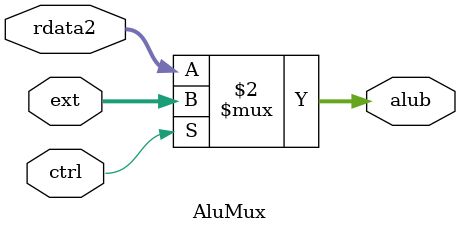
<source format=v>
`timescale 1ns / 1ps
module PCMux1(
input [31:0] adder,//ctrl=0
input [31:0] nadd,//ctrl=1
input ctrl,
output [31:0] pcmux1
);
assign pcmux1=(ctrl==0)?adder:nadd;
endmodule

module PCMux2(
input [31:0] pcmux1,//ctrl=0
input [31:0] ext2,//ctrl=1
input [31:0] rdata1,//ctrl=2
input [1:0] ctrl,
output [31:0] pcmux2
);
assign pcmux2=(ctrl==0)?pcmux1:
            (ctrl==1)?ext2:rdata1;
endmodule

module WregMux(
input [4:0] rd,//ctrl=0
input [4:0] rt,//ctrl=1
input [1:0] ctrl,
output [4:0] wreg
);
assign wreg=(ctrl==0)?rd:
            (ctrl==1)?rt:31;
endmodule

module WdataMux(
input [31:0] alu,//ctrl=0
input [31:0] DM,//ctrl=1
input [31:0] adder,//ctrl=2
input [1:0] ctrl,
output [31:0] wdata
);
assign wdata=(ctrl==0)?alu:
            (ctrl==1)?DM:adder;
endmodule

module AluMux(
input [31:0] rdata2,//ctrl=0
input [31:0] ext,//ctrl=1
input ctrl,
output [31:0] alub
);
assign alub=(ctrl==0)?rdata2:ext;
endmodule
</source>
